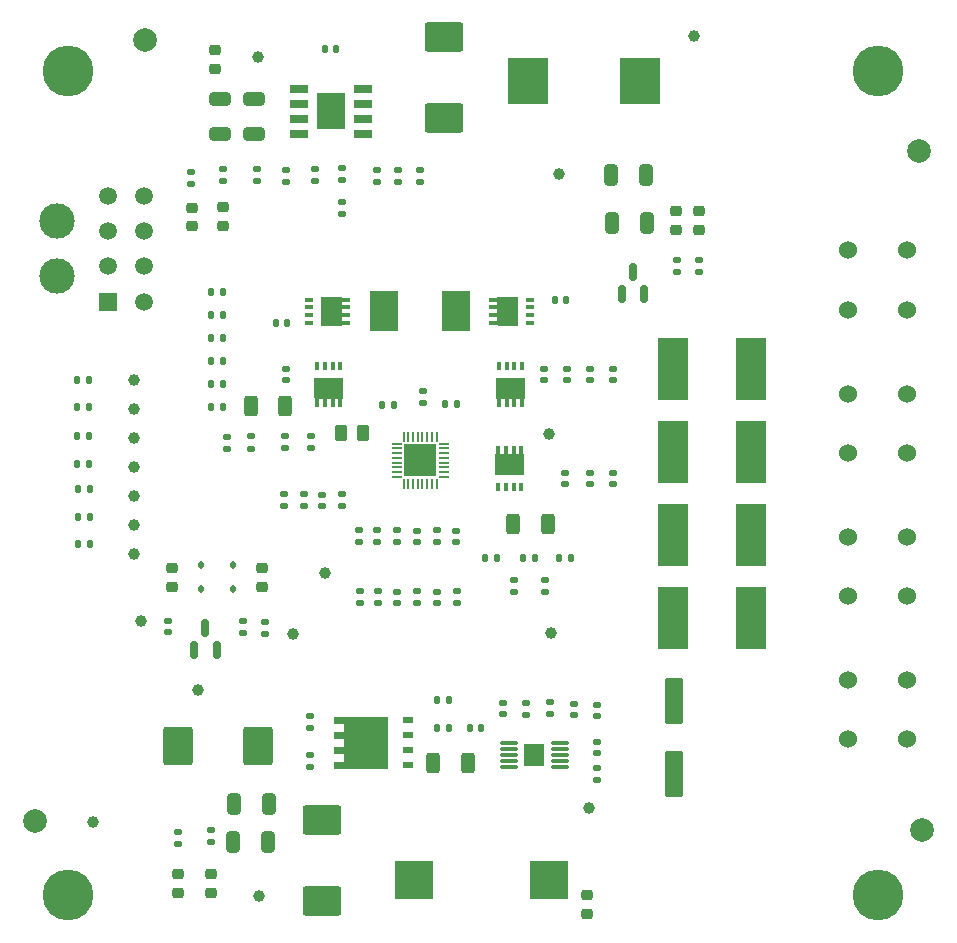
<source format=gts>
G04 #@! TF.GenerationSoftware,KiCad,Pcbnew,7.0.6-0*
G04 #@! TF.CreationDate,2023-08-16T18:23:03-03:00*
G04 #@! TF.ProjectId,expansao_bateria_rev1.0.0,65787061-6e73-4616-9f5f-626174657269,rev?*
G04 #@! TF.SameCoordinates,Original*
G04 #@! TF.FileFunction,Soldermask,Top*
G04 #@! TF.FilePolarity,Negative*
%FSLAX46Y46*%
G04 Gerber Fmt 4.6, Leading zero omitted, Abs format (unit mm)*
G04 Created by KiCad (PCBNEW 7.0.6-0) date 2023-08-16 18:23:03*
%MOMM*%
%LPD*%
G01*
G04 APERTURE LIST*
G04 Aperture macros list*
%AMRoundRect*
0 Rectangle with rounded corners*
0 $1 Rounding radius*
0 $2 $3 $4 $5 $6 $7 $8 $9 X,Y pos of 4 corners*
0 Add a 4 corners polygon primitive as box body*
4,1,4,$2,$3,$4,$5,$6,$7,$8,$9,$2,$3,0*
0 Add four circle primitives for the rounded corners*
1,1,$1+$1,$2,$3*
1,1,$1+$1,$4,$5*
1,1,$1+$1,$6,$7*
1,1,$1+$1,$8,$9*
0 Add four rect primitives between the rounded corners*
20,1,$1+$1,$2,$3,$4,$5,0*
20,1,$1+$1,$4,$5,$6,$7,0*
20,1,$1+$1,$6,$7,$8,$9,0*
20,1,$1+$1,$8,$9,$2,$3,0*%
%AMFreePoly0*
4,1,17,2.675000,1.605000,1.875000,1.605000,1.875000,0.935000,2.675000,0.935000,2.675000,0.335000,1.875000,0.335000,1.875000,-0.335000,2.675000,-0.335000,2.675000,-0.935000,1.875000,-0.935000,1.875000,-1.605000,2.675000,-1.605000,2.675000,-2.205000,-1.875000,-2.205000,-1.875000,2.205000,2.675000,2.205000,2.675000,1.605000,2.675000,1.605000,$1*%
G04 Aperture macros list end*
%ADD10R,2.500000X5.300000*%
%ADD11RoundRect,0.250000X0.550000X-1.712500X0.550000X1.712500X-0.550000X1.712500X-0.550000X-1.712500X0*%
%ADD12RoundRect,0.135000X-0.185000X0.135000X-0.185000X-0.135000X0.185000X-0.135000X0.185000X0.135000X0*%
%ADD13RoundRect,0.135000X0.185000X-0.135000X0.185000X0.135000X-0.185000X0.135000X-0.185000X-0.135000X0*%
%ADD14R,0.399999X0.700001*%
%ADD15RoundRect,0.218750X-0.256250X0.218750X-0.256250X-0.218750X0.256250X-0.218750X0.256250X0.218750X0*%
%ADD16RoundRect,0.140000X-0.170000X0.140000X-0.170000X-0.140000X0.170000X-0.140000X0.170000X0.140000X0*%
%ADD17RoundRect,0.250000X-0.325000X-0.650000X0.325000X-0.650000X0.325000X0.650000X-0.325000X0.650000X0*%
%ADD18RoundRect,0.140000X-0.140000X-0.170000X0.140000X-0.170000X0.140000X0.170000X-0.140000X0.170000X0*%
%ADD19C,2.000000*%
%ADD20RoundRect,0.250000X-0.312500X-0.625000X0.312500X-0.625000X0.312500X0.625000X-0.312500X0.625000X0*%
%ADD21RoundRect,0.140000X0.140000X0.170000X-0.140000X0.170000X-0.140000X-0.170000X0.140000X-0.170000X0*%
%ADD22RoundRect,0.075000X0.650000X0.075000X-0.650000X0.075000X-0.650000X-0.075000X0.650000X-0.075000X0*%
%ADD23R,1.680000X1.880000*%
%ADD24C,1.000000*%
%ADD25RoundRect,0.150000X0.150000X-0.587500X0.150000X0.587500X-0.150000X0.587500X-0.150000X-0.587500X0*%
%ADD26C,4.300000*%
%ADD27RoundRect,0.218750X0.256250X-0.218750X0.256250X0.218750X-0.256250X0.218750X-0.256250X-0.218750X0*%
%ADD28RoundRect,0.140000X0.170000X-0.140000X0.170000X0.140000X-0.170000X0.140000X-0.170000X-0.140000X0*%
%ADD29RoundRect,0.135000X0.135000X0.185000X-0.135000X0.185000X-0.135000X-0.185000X0.135000X-0.185000X0*%
%ADD30RoundRect,0.250000X0.650000X-0.325000X0.650000X0.325000X-0.650000X0.325000X-0.650000X-0.325000X0*%
%ADD31R,3.500000X4.000000*%
%ADD32RoundRect,0.050000X-0.337500X-0.050000X0.337500X-0.050000X0.337500X0.050000X-0.337500X0.050000X0*%
%ADD33RoundRect,0.050000X-0.050000X-0.337500X0.050000X-0.337500X0.050000X0.337500X-0.050000X0.337500X0*%
%ADD34R,2.800000X2.800000*%
%ADD35RoundRect,0.250000X0.325000X0.650000X-0.325000X0.650000X-0.325000X-0.650000X0.325000X-0.650000X0*%
%ADD36RoundRect,0.250000X1.000000X-1.400000X1.000000X1.400000X-1.000000X1.400000X-1.000000X-1.400000X0*%
%ADD37C,1.524000*%
%ADD38RoundRect,0.250000X-1.400000X-1.000000X1.400000X-1.000000X1.400000X1.000000X-1.400000X1.000000X0*%
%ADD39RoundRect,0.250000X-0.650000X0.325000X-0.650000X-0.325000X0.650000X-0.325000X0.650000X0.325000X0*%
%ADD40RoundRect,0.225000X-0.250000X0.225000X-0.250000X-0.225000X0.250000X-0.225000X0.250000X0.225000X0*%
%ADD41RoundRect,0.112500X0.112500X-0.187500X0.112500X0.187500X-0.112500X0.187500X-0.112500X-0.187500X0*%
%ADD42R,0.700001X0.399999*%
%ADD43C,3.000000*%
%ADD44R,1.520000X1.520000*%
%ADD45C,1.520000*%
%ADD46R,1.525000X0.650000*%
%ADD47R,2.400000X3.100000*%
%ADD48R,3.175000X3.300000*%
%ADD49FreePoly0,180.000000*%
%ADD50R,0.850000X0.500000*%
%ADD51RoundRect,0.250000X-0.262500X-0.450000X0.262500X-0.450000X0.262500X0.450000X-0.262500X0.450000X0*%
%ADD52R,2.350000X3.500000*%
G04 APERTURE END LIST*
G36*
X28588500Y-33692997D02*
G01*
X28288501Y-33692997D01*
X28288501Y-33192998D01*
X28588500Y-33192998D01*
X28588500Y-33692997D01*
G37*
G36*
X27938499Y-33692997D02*
G01*
X27638499Y-33692997D01*
X27638499Y-33192998D01*
X27938499Y-33192998D01*
X27938499Y-33692997D01*
G37*
G36*
X27288503Y-33692997D02*
G01*
X26988503Y-33692997D01*
X26988503Y-33192998D01*
X27288503Y-33192998D01*
X27288503Y-33692997D01*
G37*
G36*
X26638501Y-33692997D02*
G01*
X26338502Y-33692997D01*
X26338502Y-33192998D01*
X26638501Y-33192998D01*
X26638501Y-33692997D01*
G37*
G36*
X28645640Y-31709021D02*
G01*
X28655630Y-31712051D01*
X28664835Y-31716974D01*
X28672904Y-31723596D01*
X28679526Y-31731665D01*
X28684449Y-31740870D01*
X28687479Y-31750860D01*
X28688500Y-31761249D01*
X28688500Y-33429749D01*
X28687479Y-33440138D01*
X28684449Y-33450128D01*
X28679526Y-33459333D01*
X28672904Y-33467402D01*
X28664835Y-33474024D01*
X28655630Y-33478947D01*
X28645640Y-33481977D01*
X28635251Y-33483000D01*
X26291751Y-33483000D01*
X26281362Y-33481977D01*
X26271372Y-33478947D01*
X26262167Y-33474024D01*
X26254098Y-33467402D01*
X26247476Y-33459333D01*
X26242553Y-33450128D01*
X26239523Y-33440138D01*
X26238502Y-33429749D01*
X26238502Y-31761249D01*
X26239523Y-31750860D01*
X26242553Y-31740870D01*
X26247476Y-31731665D01*
X26254098Y-31723596D01*
X26262167Y-31716974D01*
X26271372Y-31712051D01*
X26281362Y-31709021D01*
X26291751Y-31708000D01*
X28635251Y-31708000D01*
X28645640Y-31709021D01*
G37*
G36*
X41958001Y-38443000D02*
G01*
X41658002Y-38443000D01*
X41658002Y-37943001D01*
X41958001Y-37943001D01*
X41958001Y-38443000D01*
G37*
G36*
X42608003Y-38443000D02*
G01*
X42308003Y-38443000D01*
X42308003Y-37943001D01*
X42608003Y-37943001D01*
X42608003Y-38443000D01*
G37*
G36*
X43257999Y-38443000D02*
G01*
X42957999Y-38443000D01*
X42957999Y-37943001D01*
X43257999Y-37943001D01*
X43257999Y-38443000D01*
G37*
G36*
X43908000Y-38443000D02*
G01*
X43608001Y-38443000D01*
X43608001Y-37943001D01*
X43908000Y-37943001D01*
X43908000Y-38443000D01*
G37*
G36*
X43965140Y-38154021D02*
G01*
X43975130Y-38157051D01*
X43984335Y-38161974D01*
X43992404Y-38168596D01*
X43999026Y-38176665D01*
X44003949Y-38185870D01*
X44006979Y-38195860D01*
X44008000Y-38206249D01*
X44008000Y-39874749D01*
X44006979Y-39885138D01*
X44003949Y-39895128D01*
X43999026Y-39904333D01*
X43992404Y-39912402D01*
X43984335Y-39919024D01*
X43975130Y-39923947D01*
X43965140Y-39926977D01*
X43954751Y-39927998D01*
X41611251Y-39927998D01*
X41600862Y-39926977D01*
X41590872Y-39923947D01*
X41581667Y-39919024D01*
X41573598Y-39912402D01*
X41566976Y-39904333D01*
X41562053Y-39895128D01*
X41559023Y-39885138D01*
X41558002Y-39874749D01*
X41558002Y-38206249D01*
X41559023Y-38195860D01*
X41562053Y-38185870D01*
X41566976Y-38176665D01*
X41573598Y-38168596D01*
X41581667Y-38161974D01*
X41590872Y-38157051D01*
X41600862Y-38154021D01*
X41611251Y-38152998D01*
X43954751Y-38152998D01*
X43965140Y-38154021D01*
G37*
G36*
X42023002Y-27207998D02*
G01*
X41523003Y-27207998D01*
X41523003Y-26907999D01*
X42023002Y-26907999D01*
X42023002Y-27207998D01*
G37*
G36*
X42023002Y-26557997D02*
G01*
X41523003Y-26557997D01*
X41523003Y-26257997D01*
X42023002Y-26257997D01*
X42023002Y-26557997D01*
G37*
G36*
X42023002Y-25908001D02*
G01*
X41523003Y-25908001D01*
X41523003Y-25608001D01*
X42023002Y-25608001D01*
X42023002Y-25908001D01*
G37*
G36*
X42023002Y-25257999D02*
G01*
X41523003Y-25257999D01*
X41523003Y-24958000D01*
X42023002Y-24958000D01*
X42023002Y-25257999D01*
G37*
G36*
X43465140Y-24859021D02*
G01*
X43475130Y-24862051D01*
X43484335Y-24866974D01*
X43492404Y-24873596D01*
X43499026Y-24881665D01*
X43503949Y-24890870D01*
X43506979Y-24900860D01*
X43508000Y-24911249D01*
X43508000Y-27254749D01*
X43506979Y-27265138D01*
X43503949Y-27275128D01*
X43499026Y-27284333D01*
X43492404Y-27292402D01*
X43484335Y-27299024D01*
X43475130Y-27303947D01*
X43465140Y-27306977D01*
X43454751Y-27307998D01*
X41786251Y-27307998D01*
X41775862Y-27306977D01*
X41765872Y-27303947D01*
X41756667Y-27299024D01*
X41748598Y-27292402D01*
X41741976Y-27284333D01*
X41737053Y-27275128D01*
X41734023Y-27265138D01*
X41733000Y-27254749D01*
X41733000Y-24911249D01*
X41734023Y-24900860D01*
X41737053Y-24890870D01*
X41741976Y-24881665D01*
X41748598Y-24873596D01*
X41756667Y-24866974D01*
X41765872Y-24862051D01*
X41775862Y-24859021D01*
X41786251Y-24858000D01*
X43454751Y-24858000D01*
X43465140Y-24859021D01*
G37*
G36*
X28788498Y-25257999D02*
G01*
X28288499Y-25257999D01*
X28288499Y-24958000D01*
X28788498Y-24958000D01*
X28788498Y-25257999D01*
G37*
G36*
X28788498Y-25908001D02*
G01*
X28288499Y-25908001D01*
X28288499Y-25608001D01*
X28788498Y-25608001D01*
X28788498Y-25908001D01*
G37*
G36*
X28788498Y-26557997D02*
G01*
X28288499Y-26557997D01*
X28288499Y-26257997D01*
X28788498Y-26257997D01*
X28788498Y-26557997D01*
G37*
G36*
X28788498Y-27207998D02*
G01*
X28288499Y-27207998D01*
X28288499Y-26907999D01*
X28788498Y-26907999D01*
X28788498Y-27207998D01*
G37*
G36*
X28535639Y-24859021D02*
G01*
X28545629Y-24862051D01*
X28554834Y-24866974D01*
X28562903Y-24873596D01*
X28569525Y-24881665D01*
X28574448Y-24890870D01*
X28577478Y-24900860D01*
X28578501Y-24911249D01*
X28578501Y-27254749D01*
X28577478Y-27265138D01*
X28574448Y-27275128D01*
X28569525Y-27284333D01*
X28562903Y-27292402D01*
X28554834Y-27299024D01*
X28545629Y-27303947D01*
X28535639Y-27306977D01*
X28525250Y-27307998D01*
X26856750Y-27307998D01*
X26846361Y-27306977D01*
X26836371Y-27303947D01*
X26827166Y-27299024D01*
X26819097Y-27292402D01*
X26812475Y-27284333D01*
X26807552Y-27275128D01*
X26804522Y-27265138D01*
X26803501Y-27254749D01*
X26803501Y-24911249D01*
X26804522Y-24900860D01*
X26807552Y-24890870D01*
X26812475Y-24881665D01*
X26819097Y-24873596D01*
X26827166Y-24866974D01*
X26836371Y-24862051D01*
X26846361Y-24859021D01*
X26856750Y-24858000D01*
X28525250Y-24858000D01*
X28535639Y-24859021D01*
G37*
G36*
X43972999Y-33692997D02*
G01*
X43673000Y-33692997D01*
X43673000Y-33192998D01*
X43972999Y-33192998D01*
X43972999Y-33692997D01*
G37*
G36*
X43322998Y-33692997D02*
G01*
X43022998Y-33692997D01*
X43022998Y-33192998D01*
X43322998Y-33192998D01*
X43322998Y-33692997D01*
G37*
G36*
X42673002Y-33692997D02*
G01*
X42373002Y-33692997D01*
X42373002Y-33192998D01*
X42673002Y-33192998D01*
X42673002Y-33692997D01*
G37*
G36*
X42023000Y-33692997D02*
G01*
X41723001Y-33692997D01*
X41723001Y-33192998D01*
X42023000Y-33192998D01*
X42023000Y-33692997D01*
G37*
G36*
X44030139Y-31709021D02*
G01*
X44040129Y-31712051D01*
X44049334Y-31716974D01*
X44057403Y-31723596D01*
X44064025Y-31731665D01*
X44068948Y-31740870D01*
X44071978Y-31750860D01*
X44072999Y-31761249D01*
X44072999Y-33429749D01*
X44071978Y-33440138D01*
X44068948Y-33450128D01*
X44064025Y-33459333D01*
X44057403Y-33467402D01*
X44049334Y-33474024D01*
X44040129Y-33478947D01*
X44030139Y-33481977D01*
X44019750Y-33483000D01*
X41676250Y-33483000D01*
X41665861Y-33481977D01*
X41655871Y-33478947D01*
X41646666Y-33474024D01*
X41638597Y-33467402D01*
X41631975Y-33459333D01*
X41627052Y-33450128D01*
X41624022Y-33440138D01*
X41623001Y-33429749D01*
X41623001Y-31761249D01*
X41624022Y-31750860D01*
X41627052Y-31740870D01*
X41631975Y-31731665D01*
X41638597Y-31723596D01*
X41646666Y-31716974D01*
X41655871Y-31712051D01*
X41665861Y-31709021D01*
X41676250Y-31708000D01*
X44019750Y-31708000D01*
X44030139Y-31709021D01*
G37*
D10*
X56581000Y-37995666D03*
X63181000Y-37995666D03*
D11*
X56706000Y-65274500D03*
X56706000Y-59099500D03*
D12*
X17482000Y-70033000D03*
X17482000Y-71053000D03*
X34952800Y-49784000D03*
X34952800Y-50804000D03*
D13*
X58818000Y-22796500D03*
X58818000Y-21776500D03*
D14*
X28438503Y-30718000D03*
X27788502Y-30718000D03*
X27138503Y-30718000D03*
X26488502Y-30718000D03*
X26488502Y-33817998D03*
X27138500Y-33817998D03*
X27788502Y-33817998D03*
X28438500Y-33817998D03*
D15*
X17826000Y-3980500D03*
X17826000Y-5555500D03*
D16*
X33233200Y-44632000D03*
X33233200Y-45592000D03*
D17*
X51391000Y-14513000D03*
X54341000Y-14513000D03*
D18*
X37333000Y-33929000D03*
X38293000Y-33929000D03*
D19*
X77711000Y-70005000D03*
D15*
X14145000Y-47812000D03*
X14145000Y-49387000D03*
D13*
X26254332Y-15031000D03*
X26254332Y-14011000D03*
D20*
X20866500Y-34107000D03*
X23791500Y-34107000D03*
D21*
X41683000Y-47001000D03*
X40723000Y-47001000D03*
D16*
X47479000Y-39761000D03*
X47479000Y-40721000D03*
D13*
X50205000Y-65776000D03*
X50205000Y-64756000D03*
X31595600Y-50804000D03*
X31595600Y-49784000D03*
D22*
X46992000Y-64650000D03*
X46992000Y-64150000D03*
X46992000Y-63650000D03*
X46992000Y-63150000D03*
X46992000Y-62650000D03*
X42692000Y-62650000D03*
X42692000Y-63150000D03*
X42692000Y-63650000D03*
X42692000Y-64150000D03*
X42692000Y-64650000D03*
D23*
X44842000Y-63650000D03*
D13*
X56908000Y-22747500D03*
X56908000Y-21727500D03*
D24*
X10976000Y-44207000D03*
D25*
X16068000Y-54755000D03*
X17968000Y-54755000D03*
X17018000Y-52880000D03*
D26*
X5353000Y-5751000D03*
D18*
X46587000Y-25108000D03*
X47547000Y-25108000D03*
X32003000Y-34001000D03*
X32963000Y-34001000D03*
D27*
X14691000Y-75332000D03*
X14691000Y-73757000D03*
D28*
X49574000Y-31896000D03*
X49574000Y-30936000D03*
D16*
X38269000Y-44656000D03*
X38269000Y-45616000D03*
X13875000Y-52300000D03*
X13875000Y-53260000D03*
D29*
X37644000Y-59015000D03*
X36624000Y-59015000D03*
D10*
X56581000Y-30980000D03*
X63181000Y-30980000D03*
D16*
X26917000Y-41615000D03*
X26917000Y-42575000D03*
D24*
X46947000Y-14443000D03*
D19*
X2549000Y-69273000D03*
D10*
X56581000Y-45011332D03*
X63181000Y-45011332D03*
D24*
X27109000Y-48248000D03*
X10976000Y-31877000D03*
D16*
X51522000Y-39787000D03*
X51522000Y-40747000D03*
D13*
X23642000Y-42605000D03*
X23642000Y-41585000D03*
D30*
X18244000Y-11089000D03*
X18244000Y-8139000D03*
D21*
X18470000Y-32229000D03*
X17510000Y-32229000D03*
D18*
X27140000Y-3909000D03*
X28100000Y-3909000D03*
D24*
X21446000Y-4536000D03*
D20*
X36285000Y-64315000D03*
X39210000Y-64315000D03*
D12*
X25325000Y-41585000D03*
X25325000Y-42605000D03*
D31*
X44325000Y-6589000D03*
X53825000Y-6589000D03*
D25*
X52252000Y-24602500D03*
X54152000Y-24602500D03*
X53202000Y-22727500D03*
D16*
X49567000Y-39735000D03*
X49567000Y-40695000D03*
D13*
X46193500Y-60220000D03*
X46193500Y-59200000D03*
D24*
X16371000Y-58155000D03*
D32*
X33198500Y-37289000D03*
X33198500Y-37689000D03*
X33198500Y-38089000D03*
X33198500Y-38489000D03*
X33198500Y-38889000D03*
X33198500Y-39289000D03*
X33198500Y-39689000D03*
X33198500Y-40089000D03*
D33*
X33786000Y-40676500D03*
X34186000Y-40676500D03*
X34586000Y-40676500D03*
X34986000Y-40676500D03*
X35386000Y-40676500D03*
X35786000Y-40676500D03*
X36186000Y-40676500D03*
X36586000Y-40676500D03*
D32*
X37173500Y-40089000D03*
X37173500Y-39689000D03*
X37173500Y-39289000D03*
X37173500Y-38889000D03*
X37173500Y-38489000D03*
X37173500Y-38089000D03*
X37173500Y-37689000D03*
X37173500Y-37289000D03*
D33*
X36586000Y-36701500D03*
X36186000Y-36701500D03*
X35786000Y-36701500D03*
X35386000Y-36701500D03*
X34986000Y-36701500D03*
X34586000Y-36701500D03*
X34186000Y-36701500D03*
X33786000Y-36701500D03*
D34*
X35186000Y-38689000D03*
D24*
X10976000Y-39275000D03*
D18*
X39374000Y-61383000D03*
X40334000Y-61383000D03*
D28*
X51535500Y-31896000D03*
X51535500Y-30936000D03*
D35*
X54406000Y-18640000D03*
X51456000Y-18640000D03*
D19*
X77467000Y-12536000D03*
D12*
X28570000Y-16844000D03*
X28570000Y-17864000D03*
D24*
X10976000Y-41741000D03*
D36*
X14659000Y-62863000D03*
X21459000Y-62863000D03*
D24*
X46234000Y-53294000D03*
D26*
X73962000Y-75517000D03*
D13*
X23769000Y-37628000D03*
X23769000Y-36608000D03*
D21*
X18469000Y-26382000D03*
X17509000Y-26382000D03*
D37*
X76442000Y-20936000D03*
X71442000Y-20936000D03*
X76442000Y-25936000D03*
X71442000Y-25936000D03*
D12*
X20854000Y-36681000D03*
X20854000Y-37701000D03*
D19*
X11921000Y-3134000D03*
D16*
X33274200Y-49814000D03*
X33274200Y-50774000D03*
D12*
X15824000Y-14281500D03*
X15824000Y-15301500D03*
D10*
X56581000Y-52027000D03*
X63181000Y-52027000D03*
D16*
X30041000Y-44632000D03*
X30041000Y-45592000D03*
D37*
X76442000Y-45176000D03*
X71442000Y-45176000D03*
X76442000Y-50176000D03*
X71442000Y-50176000D03*
D38*
X26855000Y-69184000D03*
X26855000Y-75984000D03*
D15*
X56836000Y-17600000D03*
X56836000Y-19175000D03*
D16*
X18824000Y-36746000D03*
X18824000Y-37706000D03*
D24*
X24457000Y-53370000D03*
D39*
X21094000Y-8139000D03*
X21094000Y-11089000D03*
D17*
X19403000Y-67791000D03*
X22353000Y-67791000D03*
D21*
X18469000Y-30280000D03*
X17509000Y-30280000D03*
D26*
X73962000Y-5751000D03*
D13*
X28575000Y-14975000D03*
X28575000Y-13955000D03*
D24*
X21511500Y-75627000D03*
D27*
X17499000Y-75342500D03*
X17499000Y-73767500D03*
D24*
X10976000Y-46673000D03*
D16*
X20161000Y-52333000D03*
X20161000Y-53293000D03*
D17*
X19368000Y-71008000D03*
X22318000Y-71008000D03*
D12*
X30082000Y-49784000D03*
X30082000Y-50804000D03*
D40*
X49352000Y-75523000D03*
X49352000Y-77073000D03*
D41*
X19331000Y-49627000D03*
X19331000Y-47527000D03*
D14*
X41807999Y-40917998D03*
X42458000Y-40917998D03*
X43107999Y-40917998D03*
X43758000Y-40917998D03*
X43758000Y-37818000D03*
X43108002Y-37818000D03*
X42458000Y-37818000D03*
X41808002Y-37818000D03*
D29*
X7154000Y-34176000D03*
X6134000Y-34176000D03*
D42*
X44498000Y-27058001D03*
X44498000Y-26408000D03*
X44498000Y-25758001D03*
X44498000Y-25108000D03*
X41398002Y-25108000D03*
X41398002Y-25757998D03*
X41398002Y-26408000D03*
X41398002Y-27057998D03*
D29*
X37639000Y-61383000D03*
X36619000Y-61383000D03*
D42*
X25813501Y-25107997D03*
X25813501Y-25757998D03*
X25813501Y-26407997D03*
X25813501Y-27057998D03*
X28913499Y-27057998D03*
X28913499Y-26408000D03*
X28913499Y-25757998D03*
X28913499Y-25108000D03*
D16*
X50205000Y-59381000D03*
X50205000Y-60341000D03*
D28*
X35403000Y-33825000D03*
X35403000Y-32865000D03*
D24*
X10976000Y-34343000D03*
D15*
X21814000Y-47812000D03*
X21814000Y-49387000D03*
D43*
X4479000Y-18448000D03*
X4479000Y-23128000D03*
D44*
X8799000Y-25288000D03*
D45*
X8799000Y-22288000D03*
X8799000Y-19288000D03*
X8799000Y-16288000D03*
X11799000Y-25288000D03*
X11799000Y-22288000D03*
X11799000Y-19288000D03*
X11799000Y-16288000D03*
D24*
X11594000Y-52279000D03*
D16*
X34911800Y-44656000D03*
X34911800Y-45616000D03*
X48204250Y-59309000D03*
X48204250Y-60269000D03*
D12*
X45792000Y-48838000D03*
X45792000Y-49858000D03*
D18*
X46979000Y-47001000D03*
X47939000Y-47001000D03*
X43921000Y-46992000D03*
X44881000Y-46992000D03*
D46*
X24897000Y-7259000D03*
X24897000Y-8529000D03*
X24897000Y-9799000D03*
X24897000Y-11069000D03*
X30321000Y-11069000D03*
X30321000Y-9799000D03*
X30321000Y-8529000D03*
X30321000Y-7259000D03*
D47*
X27609000Y-9164000D03*
D12*
X21361000Y-14001000D03*
X21361000Y-15021000D03*
D16*
X35186000Y-14159000D03*
X35186000Y-15119000D03*
D12*
X31501000Y-14129000D03*
X31501000Y-15149000D03*
D27*
X15850000Y-18878000D03*
X15850000Y-17303000D03*
D28*
X44182750Y-60238000D03*
X44182750Y-59278000D03*
D38*
X37183000Y-2899000D03*
X37183000Y-9699000D03*
D28*
X50205000Y-63494334D03*
X50205000Y-62534334D03*
D21*
X18470000Y-34178000D03*
X17510000Y-34178000D03*
D27*
X18493000Y-18839500D03*
X18493000Y-17264500D03*
D24*
X46105000Y-36436000D03*
D20*
X43076500Y-44071000D03*
X46001500Y-44071000D03*
D48*
X46077000Y-74239000D03*
X34647000Y-74239000D03*
D28*
X25939000Y-37625000D03*
X25939000Y-36665000D03*
D13*
X25839000Y-61406000D03*
X25839000Y-60386000D03*
D49*
X30636000Y-62614000D03*
D50*
X34186000Y-64519000D03*
X34186000Y-63249000D03*
X34186000Y-61979000D03*
X34186000Y-60709000D03*
D12*
X14663000Y-70137000D03*
X14663000Y-71157000D03*
X23869000Y-14105000D03*
X23869000Y-15125000D03*
D28*
X47612500Y-31896000D03*
X47612500Y-30936000D03*
D51*
X28493500Y-36351000D03*
X30318500Y-36351000D03*
D24*
X58385000Y-2766000D03*
D16*
X36631400Y-49814000D03*
X36631400Y-50774000D03*
D13*
X31554600Y-45622000D03*
X31554600Y-44602000D03*
D29*
X7145000Y-31885000D03*
X6125000Y-31885000D03*
X7211000Y-41119000D03*
X6191000Y-41119000D03*
D28*
X45651000Y-31896000D03*
X45651000Y-30936000D03*
D12*
X38310000Y-49784000D03*
X38310000Y-50804000D03*
D16*
X42182000Y-59217000D03*
X42182000Y-60177000D03*
D24*
X10976000Y-36809000D03*
D13*
X25839000Y-64661000D03*
X25839000Y-63641000D03*
D14*
X43823002Y-30718000D03*
X43173001Y-30718000D03*
X42523002Y-30718000D03*
X41873001Y-30718000D03*
X41873001Y-33817998D03*
X42522999Y-33817998D03*
X43173001Y-33817998D03*
X43822999Y-33817998D03*
D24*
X49458000Y-68179000D03*
D15*
X58797000Y-17625500D03*
X58797000Y-19200500D03*
D24*
X7529000Y-69342000D03*
D21*
X18469000Y-24433000D03*
X17509000Y-24433000D03*
D37*
X76442000Y-57296000D03*
X71442000Y-57296000D03*
X76442000Y-62296000D03*
X71442000Y-62296000D03*
X76442000Y-33056000D03*
X71442000Y-33056000D03*
X76442000Y-38056000D03*
X71442000Y-38056000D03*
D29*
X7149000Y-36604000D03*
X6129000Y-36604000D03*
D26*
X5353000Y-75517000D03*
D12*
X28582000Y-41585000D03*
X28582000Y-42605000D03*
D28*
X33348500Y-15119000D03*
X33348500Y-14159000D03*
D13*
X43110000Y-49885000D03*
X43110000Y-48865000D03*
D52*
X32161000Y-26082999D03*
X38211000Y-26082999D03*
D29*
X7146000Y-38993000D03*
X6126000Y-38993000D03*
D21*
X23948000Y-27051000D03*
X22988000Y-27051000D03*
D13*
X36590400Y-45646000D03*
X36590400Y-44626000D03*
D29*
X7214000Y-43489000D03*
X6194000Y-43489000D03*
D21*
X18469000Y-28331000D03*
X17509000Y-28331000D03*
D12*
X22074000Y-52356000D03*
X22074000Y-53376000D03*
X18493000Y-14059000D03*
X18493000Y-15079000D03*
D16*
X23804000Y-30934000D03*
X23804000Y-31894000D03*
D41*
X16628000Y-49627000D03*
X16628000Y-47527000D03*
D29*
X7211000Y-45761000D03*
X6191000Y-45761000D03*
M02*

</source>
